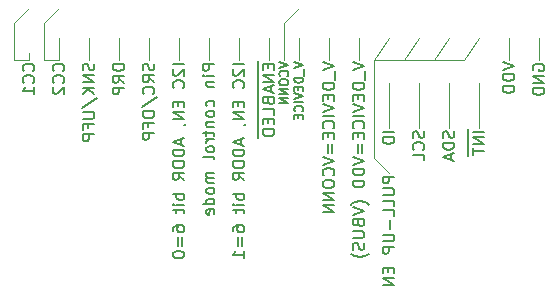
<source format=gbr>
G04 #@! TF.GenerationSoftware,KiCad,Pcbnew,5.1.2*
G04 #@! TF.CreationDate,2019-06-01T11:21:23+02:00*
G04 #@! TF.ProjectId,usb-c-breakout,7573622d-632d-4627-9265-616b6f75742e,rev?*
G04 #@! TF.SameCoordinates,Original*
G04 #@! TF.FileFunction,Legend,Bot*
G04 #@! TF.FilePolarity,Positive*
%FSLAX46Y46*%
G04 Gerber Fmt 4.6, Leading zero omitted, Abs format (unit mm)*
G04 Created by KiCad (PCBNEW 5.1.2) date 2019-06-01 11:21:23*
%MOMM*%
%LPD*%
G04 APERTURE LIST*
%ADD10C,0.120000*%
%ADD11C,0.150000*%
G04 APERTURE END LIST*
D10*
X115570000Y-86360000D02*
X115570000Y-88265000D01*
D11*
X115070000Y-89124404D02*
X115022380Y-89029166D01*
X115022380Y-88886309D01*
X115070000Y-88743452D01*
X115165238Y-88648214D01*
X115260476Y-88600595D01*
X115450952Y-88552976D01*
X115593809Y-88552976D01*
X115784285Y-88600595D01*
X115879523Y-88648214D01*
X115974761Y-88743452D01*
X116022380Y-88886309D01*
X116022380Y-88981547D01*
X115974761Y-89124404D01*
X115927142Y-89172023D01*
X115593809Y-89172023D01*
X115593809Y-88981547D01*
X116022380Y-89600595D02*
X115022380Y-89600595D01*
X116022380Y-90172023D01*
X115022380Y-90172023D01*
X116022380Y-90648214D02*
X115022380Y-90648214D01*
X115022380Y-90886309D01*
X115070000Y-91029166D01*
X115165238Y-91124404D01*
X115260476Y-91172023D01*
X115450952Y-91219642D01*
X115593809Y-91219642D01*
X115784285Y-91172023D01*
X115879523Y-91124404D01*
X115974761Y-91029166D01*
X116022380Y-90886309D01*
X116022380Y-90648214D01*
D10*
X113030000Y-86360000D02*
X113030000Y-88265000D01*
D11*
X112482380Y-88457738D02*
X113482380Y-88791071D01*
X112482380Y-89124404D01*
X113482380Y-89457738D02*
X112482380Y-89457738D01*
X112482380Y-89695833D01*
X112530000Y-89838690D01*
X112625238Y-89933928D01*
X112720476Y-89981547D01*
X112910952Y-90029166D01*
X113053809Y-90029166D01*
X113244285Y-89981547D01*
X113339523Y-89933928D01*
X113434761Y-89838690D01*
X113482380Y-89695833D01*
X113482380Y-89457738D01*
X113482380Y-90457738D02*
X112482380Y-90457738D01*
X112482380Y-90695833D01*
X112530000Y-90838690D01*
X112625238Y-90933928D01*
X112720476Y-90981547D01*
X112910952Y-91029166D01*
X113053809Y-91029166D01*
X113244285Y-90981547D01*
X113339523Y-90933928D01*
X113434761Y-90838690D01*
X113482380Y-90695833D01*
X113482380Y-90457738D01*
D10*
X101600000Y-88265000D02*
X101600000Y-88900000D01*
X109220000Y-88265000D02*
X101600000Y-88265000D01*
X102870000Y-86360000D02*
X101600000Y-88265000D01*
X105410000Y-86360000D02*
X104140000Y-88265000D01*
X110490000Y-86360000D02*
X109220000Y-88265000D01*
X107950000Y-86360000D02*
X106680000Y-88265000D01*
D11*
X103322380Y-98125595D02*
X102322380Y-98125595D01*
X102322380Y-98506547D01*
X102370000Y-98601785D01*
X102417619Y-98649404D01*
X102512857Y-98697023D01*
X102655714Y-98697023D01*
X102750952Y-98649404D01*
X102798571Y-98601785D01*
X102846190Y-98506547D01*
X102846190Y-98125595D01*
X102322380Y-99125595D02*
X103131904Y-99125595D01*
X103227142Y-99173214D01*
X103274761Y-99220833D01*
X103322380Y-99316071D01*
X103322380Y-99506547D01*
X103274761Y-99601785D01*
X103227142Y-99649404D01*
X103131904Y-99697023D01*
X102322380Y-99697023D01*
X103322380Y-100649404D02*
X103322380Y-100173214D01*
X102322380Y-100173214D01*
X103322380Y-101458928D02*
X103322380Y-100982738D01*
X102322380Y-100982738D01*
X102941428Y-101792261D02*
X102941428Y-102554166D01*
X102322380Y-103030357D02*
X103131904Y-103030357D01*
X103227142Y-103077976D01*
X103274761Y-103125595D01*
X103322380Y-103220833D01*
X103322380Y-103411309D01*
X103274761Y-103506547D01*
X103227142Y-103554166D01*
X103131904Y-103601785D01*
X102322380Y-103601785D01*
X103322380Y-104077976D02*
X102322380Y-104077976D01*
X102322380Y-104458928D01*
X102370000Y-104554166D01*
X102417619Y-104601785D01*
X102512857Y-104649404D01*
X102655714Y-104649404D01*
X102750952Y-104601785D01*
X102798571Y-104554166D01*
X102846190Y-104458928D01*
X102846190Y-104077976D01*
X102798571Y-105839880D02*
X102798571Y-106173214D01*
X103322380Y-106316071D02*
X103322380Y-105839880D01*
X102322380Y-105839880D01*
X102322380Y-106316071D01*
X103322380Y-106744642D02*
X102322380Y-106744642D01*
X103322380Y-107316071D01*
X102322380Y-107316071D01*
D10*
X101600000Y-96520000D02*
X102870000Y-97790000D01*
X101600000Y-88900000D02*
X101600000Y-96520000D01*
D11*
X109575000Y-94077500D02*
X109575000Y-94553690D01*
X110942380Y-94315595D02*
X109942380Y-94315595D01*
X109575000Y-94553690D02*
X109575000Y-95601309D01*
X110942380Y-94791785D02*
X109942380Y-94791785D01*
X110942380Y-95363214D01*
X109942380Y-95363214D01*
X109575000Y-95601309D02*
X109575000Y-96363214D01*
X109942380Y-95696547D02*
X109942380Y-96267976D01*
X110942380Y-95982261D02*
X109942380Y-95982261D01*
X108354761Y-94267976D02*
X108402380Y-94410833D01*
X108402380Y-94648928D01*
X108354761Y-94744166D01*
X108307142Y-94791785D01*
X108211904Y-94839404D01*
X108116666Y-94839404D01*
X108021428Y-94791785D01*
X107973809Y-94744166D01*
X107926190Y-94648928D01*
X107878571Y-94458452D01*
X107830952Y-94363214D01*
X107783333Y-94315595D01*
X107688095Y-94267976D01*
X107592857Y-94267976D01*
X107497619Y-94315595D01*
X107450000Y-94363214D01*
X107402380Y-94458452D01*
X107402380Y-94696547D01*
X107450000Y-94839404D01*
X108402380Y-95267976D02*
X107402380Y-95267976D01*
X107402380Y-95506071D01*
X107450000Y-95648928D01*
X107545238Y-95744166D01*
X107640476Y-95791785D01*
X107830952Y-95839404D01*
X107973809Y-95839404D01*
X108164285Y-95791785D01*
X108259523Y-95744166D01*
X108354761Y-95648928D01*
X108402380Y-95506071D01*
X108402380Y-95267976D01*
X108116666Y-96220357D02*
X108116666Y-96696547D01*
X108402380Y-96125119D02*
X107402380Y-96458452D01*
X108402380Y-96791785D01*
X105814761Y-94267976D02*
X105862380Y-94410833D01*
X105862380Y-94648928D01*
X105814761Y-94744166D01*
X105767142Y-94791785D01*
X105671904Y-94839404D01*
X105576666Y-94839404D01*
X105481428Y-94791785D01*
X105433809Y-94744166D01*
X105386190Y-94648928D01*
X105338571Y-94458452D01*
X105290952Y-94363214D01*
X105243333Y-94315595D01*
X105148095Y-94267976D01*
X105052857Y-94267976D01*
X104957619Y-94315595D01*
X104910000Y-94363214D01*
X104862380Y-94458452D01*
X104862380Y-94696547D01*
X104910000Y-94839404D01*
X105767142Y-95839404D02*
X105814761Y-95791785D01*
X105862380Y-95648928D01*
X105862380Y-95553690D01*
X105814761Y-95410833D01*
X105719523Y-95315595D01*
X105624285Y-95267976D01*
X105433809Y-95220357D01*
X105290952Y-95220357D01*
X105100476Y-95267976D01*
X105005238Y-95315595D01*
X104910000Y-95410833D01*
X104862380Y-95553690D01*
X104862380Y-95648928D01*
X104910000Y-95791785D01*
X104957619Y-95839404D01*
X105862380Y-96744166D02*
X105862380Y-96267976D01*
X104862380Y-96267976D01*
X103322380Y-94315595D02*
X102322380Y-94315595D01*
X103322380Y-94791785D02*
X102322380Y-94791785D01*
X102322380Y-95029880D01*
X102370000Y-95172738D01*
X102465238Y-95267976D01*
X102560476Y-95315595D01*
X102750952Y-95363214D01*
X102893809Y-95363214D01*
X103084285Y-95315595D01*
X103179523Y-95267976D01*
X103274761Y-95172738D01*
X103322380Y-95029880D01*
X103322380Y-94791785D01*
D10*
X110490000Y-90170000D02*
X110490000Y-93980000D01*
X107950000Y-90170000D02*
X107950000Y-93980000D01*
X105410000Y-90170000D02*
X105410000Y-93980000D01*
X102870000Y-90170000D02*
X102870000Y-93980000D01*
D11*
X93569285Y-88433928D02*
X94319285Y-88683928D01*
X93569285Y-88933928D01*
X94247857Y-89612500D02*
X94283571Y-89576785D01*
X94319285Y-89469642D01*
X94319285Y-89398214D01*
X94283571Y-89291071D01*
X94212142Y-89219642D01*
X94140714Y-89183928D01*
X93997857Y-89148214D01*
X93890714Y-89148214D01*
X93747857Y-89183928D01*
X93676428Y-89219642D01*
X93605000Y-89291071D01*
X93569285Y-89398214D01*
X93569285Y-89469642D01*
X93605000Y-89576785D01*
X93640714Y-89612500D01*
X93569285Y-90076785D02*
X93569285Y-90219642D01*
X93605000Y-90291071D01*
X93676428Y-90362500D01*
X93819285Y-90398214D01*
X94069285Y-90398214D01*
X94212142Y-90362500D01*
X94283571Y-90291071D01*
X94319285Y-90219642D01*
X94319285Y-90076785D01*
X94283571Y-90005357D01*
X94212142Y-89933928D01*
X94069285Y-89898214D01*
X93819285Y-89898214D01*
X93676428Y-89933928D01*
X93605000Y-90005357D01*
X93569285Y-90076785D01*
X94319285Y-90719642D02*
X93569285Y-90719642D01*
X94319285Y-91148214D01*
X93569285Y-91148214D01*
X94319285Y-91505357D02*
X93569285Y-91505357D01*
X94319285Y-91933928D01*
X93569285Y-91933928D01*
D10*
X93980000Y-85090000D02*
X93980000Y-88265000D01*
X95250000Y-83820000D02*
X93980000Y-85090000D01*
D11*
X99782380Y-88457738D02*
X100782380Y-88791071D01*
X99782380Y-89124404D01*
X100877619Y-89219642D02*
X100877619Y-89981547D01*
X100782380Y-90219642D02*
X99782380Y-90219642D01*
X99782380Y-90457738D01*
X99830000Y-90600595D01*
X99925238Y-90695833D01*
X100020476Y-90743452D01*
X100210952Y-90791071D01*
X100353809Y-90791071D01*
X100544285Y-90743452D01*
X100639523Y-90695833D01*
X100734761Y-90600595D01*
X100782380Y-90457738D01*
X100782380Y-90219642D01*
X100258571Y-91219642D02*
X100258571Y-91552976D01*
X100782380Y-91695833D02*
X100782380Y-91219642D01*
X99782380Y-91219642D01*
X99782380Y-91695833D01*
X99782380Y-91981547D02*
X100782380Y-92314880D01*
X99782380Y-92648214D01*
X100782380Y-92981547D02*
X99782380Y-92981547D01*
X100687142Y-94029166D02*
X100734761Y-93981547D01*
X100782380Y-93838690D01*
X100782380Y-93743452D01*
X100734761Y-93600595D01*
X100639523Y-93505357D01*
X100544285Y-93457738D01*
X100353809Y-93410119D01*
X100210952Y-93410119D01*
X100020476Y-93457738D01*
X99925238Y-93505357D01*
X99830000Y-93600595D01*
X99782380Y-93743452D01*
X99782380Y-93838690D01*
X99830000Y-93981547D01*
X99877619Y-94029166D01*
X100258571Y-94457738D02*
X100258571Y-94791071D01*
X100782380Y-94933928D02*
X100782380Y-94457738D01*
X99782380Y-94457738D01*
X99782380Y-94933928D01*
X100258571Y-95362500D02*
X100258571Y-96124404D01*
X100544285Y-96124404D02*
X100544285Y-95362500D01*
X99782380Y-96457738D02*
X100782380Y-96791071D01*
X99782380Y-97124404D01*
X100782380Y-97457738D02*
X99782380Y-97457738D01*
X99782380Y-97695833D01*
X99830000Y-97838690D01*
X99925238Y-97933928D01*
X100020476Y-97981547D01*
X100210952Y-98029166D01*
X100353809Y-98029166D01*
X100544285Y-97981547D01*
X100639523Y-97933928D01*
X100734761Y-97838690D01*
X100782380Y-97695833D01*
X100782380Y-97457738D01*
X100782380Y-98457738D02*
X99782380Y-98457738D01*
X99782380Y-98695833D01*
X99830000Y-98838690D01*
X99925238Y-98933928D01*
X100020476Y-98981547D01*
X100210952Y-99029166D01*
X100353809Y-99029166D01*
X100544285Y-98981547D01*
X100639523Y-98933928D01*
X100734761Y-98838690D01*
X100782380Y-98695833D01*
X100782380Y-98457738D01*
X101163333Y-100505357D02*
X101115714Y-100457738D01*
X100972857Y-100362500D01*
X100877619Y-100314880D01*
X100734761Y-100267261D01*
X100496666Y-100219642D01*
X100306190Y-100219642D01*
X100068095Y-100267261D01*
X99925238Y-100314880D01*
X99830000Y-100362500D01*
X99687142Y-100457738D01*
X99639523Y-100505357D01*
X99782380Y-100743452D02*
X100782380Y-101076785D01*
X99782380Y-101410119D01*
X100258571Y-102076785D02*
X100306190Y-102219642D01*
X100353809Y-102267261D01*
X100449047Y-102314880D01*
X100591904Y-102314880D01*
X100687142Y-102267261D01*
X100734761Y-102219642D01*
X100782380Y-102124404D01*
X100782380Y-101743452D01*
X99782380Y-101743452D01*
X99782380Y-102076785D01*
X99830000Y-102172023D01*
X99877619Y-102219642D01*
X99972857Y-102267261D01*
X100068095Y-102267261D01*
X100163333Y-102219642D01*
X100210952Y-102172023D01*
X100258571Y-102076785D01*
X100258571Y-101743452D01*
X99782380Y-102743452D02*
X100591904Y-102743452D01*
X100687142Y-102791071D01*
X100734761Y-102838690D01*
X100782380Y-102933928D01*
X100782380Y-103124404D01*
X100734761Y-103219642D01*
X100687142Y-103267261D01*
X100591904Y-103314880D01*
X99782380Y-103314880D01*
X100734761Y-103743452D02*
X100782380Y-103886309D01*
X100782380Y-104124404D01*
X100734761Y-104219642D01*
X100687142Y-104267261D01*
X100591904Y-104314880D01*
X100496666Y-104314880D01*
X100401428Y-104267261D01*
X100353809Y-104219642D01*
X100306190Y-104124404D01*
X100258571Y-103933928D01*
X100210952Y-103838690D01*
X100163333Y-103791071D01*
X100068095Y-103743452D01*
X99972857Y-103743452D01*
X99877619Y-103791071D01*
X99830000Y-103838690D01*
X99782380Y-103933928D01*
X99782380Y-104172023D01*
X99830000Y-104314880D01*
X101163333Y-104648214D02*
X101115714Y-104695833D01*
X100972857Y-104791071D01*
X100877619Y-104838690D01*
X100734761Y-104886309D01*
X100496666Y-104933928D01*
X100306190Y-104933928D01*
X100068095Y-104886309D01*
X99925238Y-104838690D01*
X99830000Y-104791071D01*
X99687142Y-104695833D01*
X99639523Y-104648214D01*
X97242380Y-88457738D02*
X98242380Y-88791071D01*
X97242380Y-89124404D01*
X98337619Y-89219642D02*
X98337619Y-89981547D01*
X98242380Y-90219642D02*
X97242380Y-90219642D01*
X97242380Y-90457738D01*
X97290000Y-90600595D01*
X97385238Y-90695833D01*
X97480476Y-90743452D01*
X97670952Y-90791071D01*
X97813809Y-90791071D01*
X98004285Y-90743452D01*
X98099523Y-90695833D01*
X98194761Y-90600595D01*
X98242380Y-90457738D01*
X98242380Y-90219642D01*
X97718571Y-91219642D02*
X97718571Y-91552976D01*
X98242380Y-91695833D02*
X98242380Y-91219642D01*
X97242380Y-91219642D01*
X97242380Y-91695833D01*
X97242380Y-91981547D02*
X98242380Y-92314880D01*
X97242380Y-92648214D01*
X98242380Y-92981547D02*
X97242380Y-92981547D01*
X98147142Y-94029166D02*
X98194761Y-93981547D01*
X98242380Y-93838690D01*
X98242380Y-93743452D01*
X98194761Y-93600595D01*
X98099523Y-93505357D01*
X98004285Y-93457738D01*
X97813809Y-93410119D01*
X97670952Y-93410119D01*
X97480476Y-93457738D01*
X97385238Y-93505357D01*
X97290000Y-93600595D01*
X97242380Y-93743452D01*
X97242380Y-93838690D01*
X97290000Y-93981547D01*
X97337619Y-94029166D01*
X97718571Y-94457738D02*
X97718571Y-94791071D01*
X98242380Y-94933928D02*
X98242380Y-94457738D01*
X97242380Y-94457738D01*
X97242380Y-94933928D01*
X97718571Y-95362500D02*
X97718571Y-96124404D01*
X98004285Y-96124404D02*
X98004285Y-95362500D01*
X97242380Y-96457738D02*
X98242380Y-96791071D01*
X97242380Y-97124404D01*
X98147142Y-98029166D02*
X98194761Y-97981547D01*
X98242380Y-97838690D01*
X98242380Y-97743452D01*
X98194761Y-97600595D01*
X98099523Y-97505357D01*
X98004285Y-97457738D01*
X97813809Y-97410119D01*
X97670952Y-97410119D01*
X97480476Y-97457738D01*
X97385238Y-97505357D01*
X97290000Y-97600595D01*
X97242380Y-97743452D01*
X97242380Y-97838690D01*
X97290000Y-97981547D01*
X97337619Y-98029166D01*
X97242380Y-98648214D02*
X97242380Y-98838690D01*
X97290000Y-98933928D01*
X97385238Y-99029166D01*
X97575714Y-99076785D01*
X97909047Y-99076785D01*
X98099523Y-99029166D01*
X98194761Y-98933928D01*
X98242380Y-98838690D01*
X98242380Y-98648214D01*
X98194761Y-98552976D01*
X98099523Y-98457738D01*
X97909047Y-98410119D01*
X97575714Y-98410119D01*
X97385238Y-98457738D01*
X97290000Y-98552976D01*
X97242380Y-98648214D01*
X98242380Y-99505357D02*
X97242380Y-99505357D01*
X98242380Y-100076785D01*
X97242380Y-100076785D01*
X98242380Y-100552976D02*
X97242380Y-100552976D01*
X98242380Y-101124404D01*
X97242380Y-101124404D01*
X94839285Y-88433928D02*
X95589285Y-88683928D01*
X94839285Y-88933928D01*
X95660714Y-89005357D02*
X95660714Y-89576785D01*
X95589285Y-89755357D02*
X94839285Y-89755357D01*
X94839285Y-89933928D01*
X94875000Y-90041071D01*
X94946428Y-90112500D01*
X95017857Y-90148214D01*
X95160714Y-90183928D01*
X95267857Y-90183928D01*
X95410714Y-90148214D01*
X95482142Y-90112500D01*
X95553571Y-90041071D01*
X95589285Y-89933928D01*
X95589285Y-89755357D01*
X95196428Y-90505357D02*
X95196428Y-90755357D01*
X95589285Y-90862500D02*
X95589285Y-90505357D01*
X94839285Y-90505357D01*
X94839285Y-90862500D01*
X94839285Y-91076785D02*
X95589285Y-91326785D01*
X94839285Y-91576785D01*
X95589285Y-91826785D02*
X94839285Y-91826785D01*
X95517857Y-92612500D02*
X95553571Y-92576785D01*
X95589285Y-92469642D01*
X95589285Y-92398214D01*
X95553571Y-92291071D01*
X95482142Y-92219642D01*
X95410714Y-92183928D01*
X95267857Y-92148214D01*
X95160714Y-92148214D01*
X95017857Y-92183928D01*
X94946428Y-92219642D01*
X94875000Y-92291071D01*
X94839285Y-92398214D01*
X94839285Y-92469642D01*
X94875000Y-92576785D01*
X94910714Y-92612500D01*
X95196428Y-92933928D02*
X95196428Y-93183928D01*
X95589285Y-93291071D02*
X95589285Y-92933928D01*
X94839285Y-92933928D01*
X94839285Y-93291071D01*
X91795000Y-88362500D02*
X91795000Y-89267261D01*
X92638571Y-88600595D02*
X92638571Y-88933928D01*
X93162380Y-89076785D02*
X93162380Y-88600595D01*
X92162380Y-88600595D01*
X92162380Y-89076785D01*
X91795000Y-89267261D02*
X91795000Y-90314880D01*
X93162380Y-89505357D02*
X92162380Y-89505357D01*
X93162380Y-90076785D01*
X92162380Y-90076785D01*
X91795000Y-90314880D02*
X91795000Y-91172023D01*
X92876666Y-90505357D02*
X92876666Y-90981547D01*
X93162380Y-90410119D02*
X92162380Y-90743452D01*
X93162380Y-91076785D01*
X91795000Y-91172023D02*
X91795000Y-92172023D01*
X92638571Y-91743452D02*
X92686190Y-91886309D01*
X92733809Y-91933928D01*
X92829047Y-91981547D01*
X92971904Y-91981547D01*
X93067142Y-91933928D01*
X93114761Y-91886309D01*
X93162380Y-91791071D01*
X93162380Y-91410119D01*
X92162380Y-91410119D01*
X92162380Y-91743452D01*
X92210000Y-91838690D01*
X92257619Y-91886309D01*
X92352857Y-91933928D01*
X92448095Y-91933928D01*
X92543333Y-91886309D01*
X92590952Y-91838690D01*
X92638571Y-91743452D01*
X92638571Y-91410119D01*
X91795000Y-92172023D02*
X91795000Y-92981547D01*
X93162380Y-92886309D02*
X93162380Y-92410119D01*
X92162380Y-92410119D01*
X91795000Y-92981547D02*
X91795000Y-93886309D01*
X92638571Y-93219642D02*
X92638571Y-93552976D01*
X93162380Y-93695833D02*
X93162380Y-93219642D01*
X92162380Y-93219642D01*
X92162380Y-93695833D01*
X91795000Y-93886309D02*
X91795000Y-94886309D01*
X93162380Y-94124404D02*
X92162380Y-94124404D01*
X92162380Y-94362500D01*
X92210000Y-94505357D01*
X92305238Y-94600595D01*
X92400476Y-94648214D01*
X92590952Y-94695833D01*
X92733809Y-94695833D01*
X92924285Y-94648214D01*
X93019523Y-94600595D01*
X93114761Y-94505357D01*
X93162380Y-94362500D01*
X93162380Y-94124404D01*
X90622380Y-88600595D02*
X89622380Y-88600595D01*
X89717619Y-89029166D02*
X89670000Y-89076785D01*
X89622380Y-89172023D01*
X89622380Y-89410119D01*
X89670000Y-89505357D01*
X89717619Y-89552976D01*
X89812857Y-89600595D01*
X89908095Y-89600595D01*
X90050952Y-89552976D01*
X90622380Y-88981547D01*
X90622380Y-89600595D01*
X90527142Y-90600595D02*
X90574761Y-90552976D01*
X90622380Y-90410119D01*
X90622380Y-90314880D01*
X90574761Y-90172023D01*
X90479523Y-90076785D01*
X90384285Y-90029166D01*
X90193809Y-89981547D01*
X90050952Y-89981547D01*
X89860476Y-90029166D01*
X89765238Y-90076785D01*
X89670000Y-90172023D01*
X89622380Y-90314880D01*
X89622380Y-90410119D01*
X89670000Y-90552976D01*
X89717619Y-90600595D01*
X90098571Y-91791071D02*
X90098571Y-92124404D01*
X90622380Y-92267261D02*
X90622380Y-91791071D01*
X89622380Y-91791071D01*
X89622380Y-92267261D01*
X90622380Y-92695833D02*
X89622380Y-92695833D01*
X90622380Y-93267261D01*
X89622380Y-93267261D01*
X90574761Y-93791071D02*
X90622380Y-93791071D01*
X90717619Y-93743452D01*
X90765238Y-93695833D01*
X90336666Y-94933928D02*
X90336666Y-95410119D01*
X90622380Y-94838690D02*
X89622380Y-95172023D01*
X90622380Y-95505357D01*
X90622380Y-95838690D02*
X89622380Y-95838690D01*
X89622380Y-96076785D01*
X89670000Y-96219642D01*
X89765238Y-96314880D01*
X89860476Y-96362500D01*
X90050952Y-96410119D01*
X90193809Y-96410119D01*
X90384285Y-96362500D01*
X90479523Y-96314880D01*
X90574761Y-96219642D01*
X90622380Y-96076785D01*
X90622380Y-95838690D01*
X90622380Y-96838690D02*
X89622380Y-96838690D01*
X89622380Y-97076785D01*
X89670000Y-97219642D01*
X89765238Y-97314880D01*
X89860476Y-97362500D01*
X90050952Y-97410119D01*
X90193809Y-97410119D01*
X90384285Y-97362500D01*
X90479523Y-97314880D01*
X90574761Y-97219642D01*
X90622380Y-97076785D01*
X90622380Y-96838690D01*
X90622380Y-98410119D02*
X90146190Y-98076785D01*
X90622380Y-97838690D02*
X89622380Y-97838690D01*
X89622380Y-98219642D01*
X89670000Y-98314880D01*
X89717619Y-98362500D01*
X89812857Y-98410119D01*
X89955714Y-98410119D01*
X90050952Y-98362500D01*
X90098571Y-98314880D01*
X90146190Y-98219642D01*
X90146190Y-97838690D01*
X90622380Y-99600595D02*
X89622380Y-99600595D01*
X90003333Y-99600595D02*
X89955714Y-99695833D01*
X89955714Y-99886309D01*
X90003333Y-99981547D01*
X90050952Y-100029166D01*
X90146190Y-100076785D01*
X90431904Y-100076785D01*
X90527142Y-100029166D01*
X90574761Y-99981547D01*
X90622380Y-99886309D01*
X90622380Y-99695833D01*
X90574761Y-99600595D01*
X90622380Y-100505357D02*
X89955714Y-100505357D01*
X89622380Y-100505357D02*
X89670000Y-100457738D01*
X89717619Y-100505357D01*
X89670000Y-100552976D01*
X89622380Y-100505357D01*
X89717619Y-100505357D01*
X89955714Y-100838690D02*
X89955714Y-101219642D01*
X89622380Y-100981547D02*
X90479523Y-100981547D01*
X90574761Y-101029166D01*
X90622380Y-101124404D01*
X90622380Y-101219642D01*
X89622380Y-102743452D02*
X89622380Y-102552976D01*
X89670000Y-102457738D01*
X89717619Y-102410119D01*
X89860476Y-102314880D01*
X90050952Y-102267261D01*
X90431904Y-102267261D01*
X90527142Y-102314880D01*
X90574761Y-102362500D01*
X90622380Y-102457738D01*
X90622380Y-102648214D01*
X90574761Y-102743452D01*
X90527142Y-102791071D01*
X90431904Y-102838690D01*
X90193809Y-102838690D01*
X90098571Y-102791071D01*
X90050952Y-102743452D01*
X90003333Y-102648214D01*
X90003333Y-102457738D01*
X90050952Y-102362500D01*
X90098571Y-102314880D01*
X90193809Y-102267261D01*
X90098571Y-103267261D02*
X90098571Y-104029166D01*
X90384285Y-104029166D02*
X90384285Y-103267261D01*
X90622380Y-105029166D02*
X90622380Y-104457738D01*
X90622380Y-104743452D02*
X89622380Y-104743452D01*
X89765238Y-104648214D01*
X89860476Y-104552976D01*
X89908095Y-104457738D01*
X88082380Y-88600595D02*
X87082380Y-88600595D01*
X87082380Y-88981547D01*
X87130000Y-89076785D01*
X87177619Y-89124404D01*
X87272857Y-89172023D01*
X87415714Y-89172023D01*
X87510952Y-89124404D01*
X87558571Y-89076785D01*
X87606190Y-88981547D01*
X87606190Y-88600595D01*
X88082380Y-89600595D02*
X87415714Y-89600595D01*
X87082380Y-89600595D02*
X87130000Y-89552976D01*
X87177619Y-89600595D01*
X87130000Y-89648214D01*
X87082380Y-89600595D01*
X87177619Y-89600595D01*
X87415714Y-90076785D02*
X88082380Y-90076785D01*
X87510952Y-90076785D02*
X87463333Y-90124404D01*
X87415714Y-90219642D01*
X87415714Y-90362500D01*
X87463333Y-90457738D01*
X87558571Y-90505357D01*
X88082380Y-90505357D01*
X88034761Y-92172023D02*
X88082380Y-92076785D01*
X88082380Y-91886309D01*
X88034761Y-91791071D01*
X87987142Y-91743452D01*
X87891904Y-91695833D01*
X87606190Y-91695833D01*
X87510952Y-91743452D01*
X87463333Y-91791071D01*
X87415714Y-91886309D01*
X87415714Y-92076785D01*
X87463333Y-92172023D01*
X88082380Y-92743452D02*
X88034761Y-92648214D01*
X87987142Y-92600595D01*
X87891904Y-92552976D01*
X87606190Y-92552976D01*
X87510952Y-92600595D01*
X87463333Y-92648214D01*
X87415714Y-92743452D01*
X87415714Y-92886309D01*
X87463333Y-92981547D01*
X87510952Y-93029166D01*
X87606190Y-93076785D01*
X87891904Y-93076785D01*
X87987142Y-93029166D01*
X88034761Y-92981547D01*
X88082380Y-92886309D01*
X88082380Y-92743452D01*
X87415714Y-93505357D02*
X88082380Y-93505357D01*
X87510952Y-93505357D02*
X87463333Y-93552976D01*
X87415714Y-93648214D01*
X87415714Y-93791071D01*
X87463333Y-93886309D01*
X87558571Y-93933928D01*
X88082380Y-93933928D01*
X87415714Y-94267261D02*
X87415714Y-94648214D01*
X87082380Y-94410119D02*
X87939523Y-94410119D01*
X88034761Y-94457738D01*
X88082380Y-94552976D01*
X88082380Y-94648214D01*
X88082380Y-94981547D02*
X87415714Y-94981547D01*
X87606190Y-94981547D02*
X87510952Y-95029166D01*
X87463333Y-95076785D01*
X87415714Y-95172023D01*
X87415714Y-95267261D01*
X88082380Y-95743452D02*
X88034761Y-95648214D01*
X87987142Y-95600595D01*
X87891904Y-95552976D01*
X87606190Y-95552976D01*
X87510952Y-95600595D01*
X87463333Y-95648214D01*
X87415714Y-95743452D01*
X87415714Y-95886309D01*
X87463333Y-95981547D01*
X87510952Y-96029166D01*
X87606190Y-96076785D01*
X87891904Y-96076785D01*
X87987142Y-96029166D01*
X88034761Y-95981547D01*
X88082380Y-95886309D01*
X88082380Y-95743452D01*
X88082380Y-96648214D02*
X88034761Y-96552976D01*
X87939523Y-96505357D01*
X87082380Y-96505357D01*
X88082380Y-97791071D02*
X87415714Y-97791071D01*
X87510952Y-97791071D02*
X87463333Y-97838690D01*
X87415714Y-97933928D01*
X87415714Y-98076785D01*
X87463333Y-98172023D01*
X87558571Y-98219642D01*
X88082380Y-98219642D01*
X87558571Y-98219642D02*
X87463333Y-98267261D01*
X87415714Y-98362500D01*
X87415714Y-98505357D01*
X87463333Y-98600595D01*
X87558571Y-98648214D01*
X88082380Y-98648214D01*
X88082380Y-99267261D02*
X88034761Y-99172023D01*
X87987142Y-99124404D01*
X87891904Y-99076785D01*
X87606190Y-99076785D01*
X87510952Y-99124404D01*
X87463333Y-99172023D01*
X87415714Y-99267261D01*
X87415714Y-99410119D01*
X87463333Y-99505357D01*
X87510952Y-99552976D01*
X87606190Y-99600595D01*
X87891904Y-99600595D01*
X87987142Y-99552976D01*
X88034761Y-99505357D01*
X88082380Y-99410119D01*
X88082380Y-99267261D01*
X88082380Y-100457738D02*
X87082380Y-100457738D01*
X88034761Y-100457738D02*
X88082380Y-100362500D01*
X88082380Y-100172023D01*
X88034761Y-100076785D01*
X87987142Y-100029166D01*
X87891904Y-99981547D01*
X87606190Y-99981547D01*
X87510952Y-100029166D01*
X87463333Y-100076785D01*
X87415714Y-100172023D01*
X87415714Y-100362500D01*
X87463333Y-100457738D01*
X88034761Y-101314880D02*
X88082380Y-101219642D01*
X88082380Y-101029166D01*
X88034761Y-100933928D01*
X87939523Y-100886309D01*
X87558571Y-100886309D01*
X87463333Y-100933928D01*
X87415714Y-101029166D01*
X87415714Y-101219642D01*
X87463333Y-101314880D01*
X87558571Y-101362500D01*
X87653809Y-101362500D01*
X87749047Y-100886309D01*
X85542380Y-88600595D02*
X84542380Y-88600595D01*
X84637619Y-89029166D02*
X84590000Y-89076785D01*
X84542380Y-89172023D01*
X84542380Y-89410119D01*
X84590000Y-89505357D01*
X84637619Y-89552976D01*
X84732857Y-89600595D01*
X84828095Y-89600595D01*
X84970952Y-89552976D01*
X85542380Y-88981547D01*
X85542380Y-89600595D01*
X85447142Y-90600595D02*
X85494761Y-90552976D01*
X85542380Y-90410119D01*
X85542380Y-90314880D01*
X85494761Y-90172023D01*
X85399523Y-90076785D01*
X85304285Y-90029166D01*
X85113809Y-89981547D01*
X84970952Y-89981547D01*
X84780476Y-90029166D01*
X84685238Y-90076785D01*
X84590000Y-90172023D01*
X84542380Y-90314880D01*
X84542380Y-90410119D01*
X84590000Y-90552976D01*
X84637619Y-90600595D01*
X85018571Y-91791071D02*
X85018571Y-92124404D01*
X85542380Y-92267261D02*
X85542380Y-91791071D01*
X84542380Y-91791071D01*
X84542380Y-92267261D01*
X85542380Y-92695833D02*
X84542380Y-92695833D01*
X85542380Y-93267261D01*
X84542380Y-93267261D01*
X85494761Y-93791071D02*
X85542380Y-93791071D01*
X85637619Y-93743452D01*
X85685238Y-93695833D01*
X85256666Y-94933928D02*
X85256666Y-95410119D01*
X85542380Y-94838690D02*
X84542380Y-95172023D01*
X85542380Y-95505357D01*
X85542380Y-95838690D02*
X84542380Y-95838690D01*
X84542380Y-96076785D01*
X84590000Y-96219642D01*
X84685238Y-96314880D01*
X84780476Y-96362500D01*
X84970952Y-96410119D01*
X85113809Y-96410119D01*
X85304285Y-96362500D01*
X85399523Y-96314880D01*
X85494761Y-96219642D01*
X85542380Y-96076785D01*
X85542380Y-95838690D01*
X85542380Y-96838690D02*
X84542380Y-96838690D01*
X84542380Y-97076785D01*
X84590000Y-97219642D01*
X84685238Y-97314880D01*
X84780476Y-97362500D01*
X84970952Y-97410119D01*
X85113809Y-97410119D01*
X85304285Y-97362500D01*
X85399523Y-97314880D01*
X85494761Y-97219642D01*
X85542380Y-97076785D01*
X85542380Y-96838690D01*
X85542380Y-98410119D02*
X85066190Y-98076785D01*
X85542380Y-97838690D02*
X84542380Y-97838690D01*
X84542380Y-98219642D01*
X84590000Y-98314880D01*
X84637619Y-98362500D01*
X84732857Y-98410119D01*
X84875714Y-98410119D01*
X84970952Y-98362500D01*
X85018571Y-98314880D01*
X85066190Y-98219642D01*
X85066190Y-97838690D01*
X85542380Y-99600595D02*
X84542380Y-99600595D01*
X84923333Y-99600595D02*
X84875714Y-99695833D01*
X84875714Y-99886309D01*
X84923333Y-99981547D01*
X84970952Y-100029166D01*
X85066190Y-100076785D01*
X85351904Y-100076785D01*
X85447142Y-100029166D01*
X85494761Y-99981547D01*
X85542380Y-99886309D01*
X85542380Y-99695833D01*
X85494761Y-99600595D01*
X85542380Y-100505357D02*
X84875714Y-100505357D01*
X84542380Y-100505357D02*
X84590000Y-100457738D01*
X84637619Y-100505357D01*
X84590000Y-100552976D01*
X84542380Y-100505357D01*
X84637619Y-100505357D01*
X84875714Y-100838690D02*
X84875714Y-101219642D01*
X84542380Y-100981547D02*
X85399523Y-100981547D01*
X85494761Y-101029166D01*
X85542380Y-101124404D01*
X85542380Y-101219642D01*
X84542380Y-102743452D02*
X84542380Y-102552976D01*
X84590000Y-102457738D01*
X84637619Y-102410119D01*
X84780476Y-102314880D01*
X84970952Y-102267261D01*
X85351904Y-102267261D01*
X85447142Y-102314880D01*
X85494761Y-102362500D01*
X85542380Y-102457738D01*
X85542380Y-102648214D01*
X85494761Y-102743452D01*
X85447142Y-102791071D01*
X85351904Y-102838690D01*
X85113809Y-102838690D01*
X85018571Y-102791071D01*
X84970952Y-102743452D01*
X84923333Y-102648214D01*
X84923333Y-102457738D01*
X84970952Y-102362500D01*
X85018571Y-102314880D01*
X85113809Y-102267261D01*
X85018571Y-103267261D02*
X85018571Y-104029166D01*
X85304285Y-104029166D02*
X85304285Y-103267261D01*
X84542380Y-104695833D02*
X84542380Y-104791071D01*
X84590000Y-104886309D01*
X84637619Y-104933928D01*
X84732857Y-104981547D01*
X84923333Y-105029166D01*
X85161428Y-105029166D01*
X85351904Y-104981547D01*
X85447142Y-104933928D01*
X85494761Y-104886309D01*
X85542380Y-104791071D01*
X85542380Y-104695833D01*
X85494761Y-104600595D01*
X85447142Y-104552976D01*
X85351904Y-104505357D01*
X85161428Y-104457738D01*
X84923333Y-104457738D01*
X84732857Y-104505357D01*
X84637619Y-104552976D01*
X84590000Y-104600595D01*
X84542380Y-104695833D01*
X82954761Y-88552976D02*
X83002380Y-88695833D01*
X83002380Y-88933928D01*
X82954761Y-89029166D01*
X82907142Y-89076785D01*
X82811904Y-89124404D01*
X82716666Y-89124404D01*
X82621428Y-89076785D01*
X82573809Y-89029166D01*
X82526190Y-88933928D01*
X82478571Y-88743452D01*
X82430952Y-88648214D01*
X82383333Y-88600595D01*
X82288095Y-88552976D01*
X82192857Y-88552976D01*
X82097619Y-88600595D01*
X82050000Y-88648214D01*
X82002380Y-88743452D01*
X82002380Y-88981547D01*
X82050000Y-89124404D01*
X83002380Y-90124404D02*
X82526190Y-89791071D01*
X83002380Y-89552976D02*
X82002380Y-89552976D01*
X82002380Y-89933928D01*
X82050000Y-90029166D01*
X82097619Y-90076785D01*
X82192857Y-90124404D01*
X82335714Y-90124404D01*
X82430952Y-90076785D01*
X82478571Y-90029166D01*
X82526190Y-89933928D01*
X82526190Y-89552976D01*
X82907142Y-91124404D02*
X82954761Y-91076785D01*
X83002380Y-90933928D01*
X83002380Y-90838690D01*
X82954761Y-90695833D01*
X82859523Y-90600595D01*
X82764285Y-90552976D01*
X82573809Y-90505357D01*
X82430952Y-90505357D01*
X82240476Y-90552976D01*
X82145238Y-90600595D01*
X82050000Y-90695833D01*
X82002380Y-90838690D01*
X82002380Y-90933928D01*
X82050000Y-91076785D01*
X82097619Y-91124404D01*
X81954761Y-92267261D02*
X83240476Y-91410119D01*
X83002380Y-92600595D02*
X82002380Y-92600595D01*
X82002380Y-92838690D01*
X82050000Y-92981547D01*
X82145238Y-93076785D01*
X82240476Y-93124404D01*
X82430952Y-93172023D01*
X82573809Y-93172023D01*
X82764285Y-93124404D01*
X82859523Y-93076785D01*
X82954761Y-92981547D01*
X83002380Y-92838690D01*
X83002380Y-92600595D01*
X82478571Y-93933928D02*
X82478571Y-93600595D01*
X83002380Y-93600595D02*
X82002380Y-93600595D01*
X82002380Y-94076785D01*
X83002380Y-94457738D02*
X82002380Y-94457738D01*
X82002380Y-94838690D01*
X82050000Y-94933928D01*
X82097619Y-94981547D01*
X82192857Y-95029166D01*
X82335714Y-95029166D01*
X82430952Y-94981547D01*
X82478571Y-94933928D01*
X82526190Y-94838690D01*
X82526190Y-94457738D01*
X80462380Y-88600595D02*
X79462380Y-88600595D01*
X79462380Y-88838690D01*
X79510000Y-88981547D01*
X79605238Y-89076785D01*
X79700476Y-89124404D01*
X79890952Y-89172023D01*
X80033809Y-89172023D01*
X80224285Y-89124404D01*
X80319523Y-89076785D01*
X80414761Y-88981547D01*
X80462380Y-88838690D01*
X80462380Y-88600595D01*
X80462380Y-90172023D02*
X79986190Y-89838690D01*
X80462380Y-89600595D02*
X79462380Y-89600595D01*
X79462380Y-89981547D01*
X79510000Y-90076785D01*
X79557619Y-90124404D01*
X79652857Y-90172023D01*
X79795714Y-90172023D01*
X79890952Y-90124404D01*
X79938571Y-90076785D01*
X79986190Y-89981547D01*
X79986190Y-89600595D01*
X80462380Y-90600595D02*
X79462380Y-90600595D01*
X79462380Y-90981547D01*
X79510000Y-91076785D01*
X79557619Y-91124404D01*
X79652857Y-91172023D01*
X79795714Y-91172023D01*
X79890952Y-91124404D01*
X79938571Y-91076785D01*
X79986190Y-90981547D01*
X79986190Y-90600595D01*
D10*
X100330000Y-86360000D02*
X100330000Y-88265000D01*
X97790000Y-86360000D02*
X97790000Y-88265000D01*
X95250000Y-86360000D02*
X95250000Y-88265000D01*
X92710000Y-86360000D02*
X92710000Y-88265000D01*
X90170000Y-86360000D02*
X90170000Y-88265000D01*
X87630000Y-86360000D02*
X87630000Y-88265000D01*
X85090000Y-86360000D02*
X85090000Y-88265000D01*
X82550000Y-86360000D02*
X82550000Y-88265000D01*
X80010000Y-86360000D02*
X80010000Y-88265000D01*
D11*
X77874761Y-88552976D02*
X77922380Y-88695833D01*
X77922380Y-88933928D01*
X77874761Y-89029166D01*
X77827142Y-89076785D01*
X77731904Y-89124404D01*
X77636666Y-89124404D01*
X77541428Y-89076785D01*
X77493809Y-89029166D01*
X77446190Y-88933928D01*
X77398571Y-88743452D01*
X77350952Y-88648214D01*
X77303333Y-88600595D01*
X77208095Y-88552976D01*
X77112857Y-88552976D01*
X77017619Y-88600595D01*
X76970000Y-88648214D01*
X76922380Y-88743452D01*
X76922380Y-88981547D01*
X76970000Y-89124404D01*
X77922380Y-89552976D02*
X76922380Y-89552976D01*
X77922380Y-90124404D01*
X76922380Y-90124404D01*
X77922380Y-90600595D02*
X76922380Y-90600595D01*
X77922380Y-91172023D02*
X77350952Y-90743452D01*
X76922380Y-91172023D02*
X77493809Y-90600595D01*
X76874761Y-92314880D02*
X78160476Y-91457738D01*
X76922380Y-92648214D02*
X77731904Y-92648214D01*
X77827142Y-92695833D01*
X77874761Y-92743452D01*
X77922380Y-92838690D01*
X77922380Y-93029166D01*
X77874761Y-93124404D01*
X77827142Y-93172023D01*
X77731904Y-93219642D01*
X76922380Y-93219642D01*
X77398571Y-94029166D02*
X77398571Y-93695833D01*
X77922380Y-93695833D02*
X76922380Y-93695833D01*
X76922380Y-94172023D01*
X77922380Y-94552976D02*
X76922380Y-94552976D01*
X76922380Y-94933928D01*
X76970000Y-95029166D01*
X77017619Y-95076785D01*
X77112857Y-95124404D01*
X77255714Y-95124404D01*
X77350952Y-95076785D01*
X77398571Y-95029166D01*
X77446190Y-94933928D01*
X77446190Y-94552976D01*
X75287142Y-89172023D02*
X75334761Y-89124404D01*
X75382380Y-88981547D01*
X75382380Y-88886309D01*
X75334761Y-88743452D01*
X75239523Y-88648214D01*
X75144285Y-88600595D01*
X74953809Y-88552976D01*
X74810952Y-88552976D01*
X74620476Y-88600595D01*
X74525238Y-88648214D01*
X74430000Y-88743452D01*
X74382380Y-88886309D01*
X74382380Y-88981547D01*
X74430000Y-89124404D01*
X74477619Y-89172023D01*
X75287142Y-90172023D02*
X75334761Y-90124404D01*
X75382380Y-89981547D01*
X75382380Y-89886309D01*
X75334761Y-89743452D01*
X75239523Y-89648214D01*
X75144285Y-89600595D01*
X74953809Y-89552976D01*
X74810952Y-89552976D01*
X74620476Y-89600595D01*
X74525238Y-89648214D01*
X74430000Y-89743452D01*
X74382380Y-89886309D01*
X74382380Y-89981547D01*
X74430000Y-90124404D01*
X74477619Y-90172023D01*
X74477619Y-90552976D02*
X74430000Y-90600595D01*
X74382380Y-90695833D01*
X74382380Y-90933928D01*
X74430000Y-91029166D01*
X74477619Y-91076785D01*
X74572857Y-91124404D01*
X74668095Y-91124404D01*
X74810952Y-91076785D01*
X75382380Y-90505357D01*
X75382380Y-91124404D01*
D10*
X77470000Y-86360000D02*
X77470000Y-88265000D01*
X73660000Y-88265000D02*
X74930000Y-88265000D01*
X73660000Y-85090000D02*
X73660000Y-88265000D01*
X74930000Y-83820000D02*
X73660000Y-85090000D01*
X74930000Y-86360000D02*
X74930000Y-88265000D01*
X71120000Y-88265000D02*
X72390000Y-88265000D01*
X71120000Y-85090000D02*
X71120000Y-88265000D01*
X72390000Y-83820000D02*
X71120000Y-85090000D01*
X72390000Y-87630000D02*
X72390000Y-88265000D01*
D11*
X72747142Y-89172023D02*
X72794761Y-89124404D01*
X72842380Y-88981547D01*
X72842380Y-88886309D01*
X72794761Y-88743452D01*
X72699523Y-88648214D01*
X72604285Y-88600595D01*
X72413809Y-88552976D01*
X72270952Y-88552976D01*
X72080476Y-88600595D01*
X71985238Y-88648214D01*
X71890000Y-88743452D01*
X71842380Y-88886309D01*
X71842380Y-88981547D01*
X71890000Y-89124404D01*
X71937619Y-89172023D01*
X72747142Y-90172023D02*
X72794761Y-90124404D01*
X72842380Y-89981547D01*
X72842380Y-89886309D01*
X72794761Y-89743452D01*
X72699523Y-89648214D01*
X72604285Y-89600595D01*
X72413809Y-89552976D01*
X72270952Y-89552976D01*
X72080476Y-89600595D01*
X71985238Y-89648214D01*
X71890000Y-89743452D01*
X71842380Y-89886309D01*
X71842380Y-89981547D01*
X71890000Y-90124404D01*
X71937619Y-90172023D01*
X72842380Y-91124404D02*
X72842380Y-90552976D01*
X72842380Y-90838690D02*
X71842380Y-90838690D01*
X71985238Y-90743452D01*
X72080476Y-90648214D01*
X72128095Y-90552976D01*
M02*

</source>
